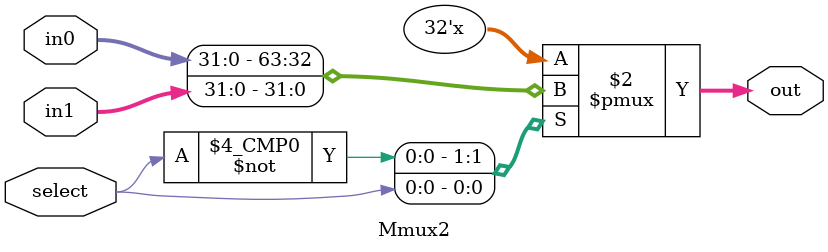
<source format=v>
module Mmux2 (out, in0, in1, select);
parameter bits = 32;	
output [bits-1:0] out;
input [bits-1:0] in0, in1;
input select;
	reg [bits-1:0] out;
	always @ (select or in0 or in1)
	case (select)	
		0: out = in0;
		1: out = in1;
		default: out = 65'bx ;
	endcase
endmodule
</source>
